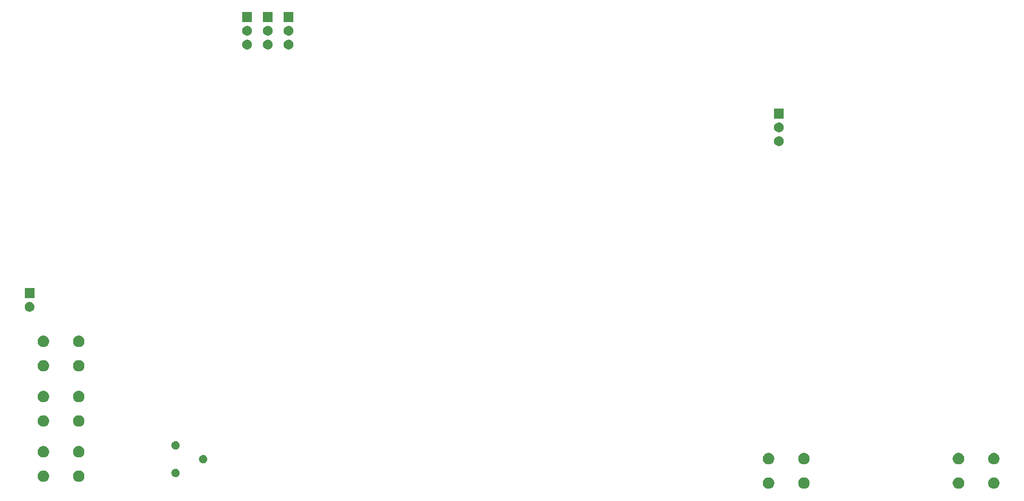
<source format=gbr>
G04 #@! TF.GenerationSoftware,KiCad,Pcbnew,(5.1.5)-3*
G04 #@! TF.CreationDate,2020-06-15T09:36:13+02:00*
G04 #@! TF.ProjectId,StateMachineTest,53746174-654d-4616-9368-696e65546573,rev?*
G04 #@! TF.SameCoordinates,Original*
G04 #@! TF.FileFunction,Soldermask,Bot*
G04 #@! TF.FilePolarity,Negative*
%FSLAX46Y46*%
G04 Gerber Fmt 4.6, Leading zero omitted, Abs format (unit mm)*
G04 Created by KiCad (PCBNEW (5.1.5)-3) date 2020-06-15 09:36:13*
%MOMM*%
%LPD*%
G04 APERTURE LIST*
%ADD10C,0.100000*%
G04 APERTURE END LIST*
D10*
G36*
X180011564Y-148269389D02*
G01*
X180202833Y-148348615D01*
X180202835Y-148348616D01*
X180374973Y-148463635D01*
X180521365Y-148610027D01*
X180636385Y-148782167D01*
X180715611Y-148973436D01*
X180756000Y-149176484D01*
X180756000Y-149383516D01*
X180715611Y-149586564D01*
X180636385Y-149777833D01*
X180636384Y-149777835D01*
X180521365Y-149949973D01*
X180374973Y-150096365D01*
X180202835Y-150211384D01*
X180202834Y-150211385D01*
X180202833Y-150211385D01*
X180011564Y-150290611D01*
X179808516Y-150331000D01*
X179601484Y-150331000D01*
X179398436Y-150290611D01*
X179207167Y-150211385D01*
X179207166Y-150211385D01*
X179207165Y-150211384D01*
X179035027Y-150096365D01*
X178888635Y-149949973D01*
X178773616Y-149777835D01*
X178773615Y-149777833D01*
X178694389Y-149586564D01*
X178654000Y-149383516D01*
X178654000Y-149176484D01*
X178694389Y-148973436D01*
X178773615Y-148782167D01*
X178888635Y-148610027D01*
X179035027Y-148463635D01*
X179207165Y-148348616D01*
X179207167Y-148348615D01*
X179398436Y-148269389D01*
X179601484Y-148229000D01*
X179808516Y-148229000D01*
X180011564Y-148269389D01*
G37*
G36*
X221436564Y-148269389D02*
G01*
X221627833Y-148348615D01*
X221627835Y-148348616D01*
X221799973Y-148463635D01*
X221946365Y-148610027D01*
X222061385Y-148782167D01*
X222140611Y-148973436D01*
X222181000Y-149176484D01*
X222181000Y-149383516D01*
X222140611Y-149586564D01*
X222061385Y-149777833D01*
X222061384Y-149777835D01*
X221946365Y-149949973D01*
X221799973Y-150096365D01*
X221627835Y-150211384D01*
X221627834Y-150211385D01*
X221627833Y-150211385D01*
X221436564Y-150290611D01*
X221233516Y-150331000D01*
X221026484Y-150331000D01*
X220823436Y-150290611D01*
X220632167Y-150211385D01*
X220632166Y-150211385D01*
X220632165Y-150211384D01*
X220460027Y-150096365D01*
X220313635Y-149949973D01*
X220198616Y-149777835D01*
X220198615Y-149777833D01*
X220119389Y-149586564D01*
X220079000Y-149383516D01*
X220079000Y-149176484D01*
X220119389Y-148973436D01*
X220198615Y-148782167D01*
X220313635Y-148610027D01*
X220460027Y-148463635D01*
X220632165Y-148348616D01*
X220632167Y-148348615D01*
X220823436Y-148269389D01*
X221026484Y-148229000D01*
X221233516Y-148229000D01*
X221436564Y-148269389D01*
G37*
G36*
X214936564Y-148269389D02*
G01*
X215127833Y-148348615D01*
X215127835Y-148348616D01*
X215299973Y-148463635D01*
X215446365Y-148610027D01*
X215561385Y-148782167D01*
X215640611Y-148973436D01*
X215681000Y-149176484D01*
X215681000Y-149383516D01*
X215640611Y-149586564D01*
X215561385Y-149777833D01*
X215561384Y-149777835D01*
X215446365Y-149949973D01*
X215299973Y-150096365D01*
X215127835Y-150211384D01*
X215127834Y-150211385D01*
X215127833Y-150211385D01*
X214936564Y-150290611D01*
X214733516Y-150331000D01*
X214526484Y-150331000D01*
X214323436Y-150290611D01*
X214132167Y-150211385D01*
X214132166Y-150211385D01*
X214132165Y-150211384D01*
X213960027Y-150096365D01*
X213813635Y-149949973D01*
X213698616Y-149777835D01*
X213698615Y-149777833D01*
X213619389Y-149586564D01*
X213579000Y-149383516D01*
X213579000Y-149176484D01*
X213619389Y-148973436D01*
X213698615Y-148782167D01*
X213813635Y-148610027D01*
X213960027Y-148463635D01*
X214132165Y-148348616D01*
X214132167Y-148348615D01*
X214323436Y-148269389D01*
X214526484Y-148229000D01*
X214733516Y-148229000D01*
X214936564Y-148269389D01*
G37*
G36*
X186511564Y-148269389D02*
G01*
X186702833Y-148348615D01*
X186702835Y-148348616D01*
X186874973Y-148463635D01*
X187021365Y-148610027D01*
X187136385Y-148782167D01*
X187215611Y-148973436D01*
X187256000Y-149176484D01*
X187256000Y-149383516D01*
X187215611Y-149586564D01*
X187136385Y-149777833D01*
X187136384Y-149777835D01*
X187021365Y-149949973D01*
X186874973Y-150096365D01*
X186702835Y-150211384D01*
X186702834Y-150211385D01*
X186702833Y-150211385D01*
X186511564Y-150290611D01*
X186308516Y-150331000D01*
X186101484Y-150331000D01*
X185898436Y-150290611D01*
X185707167Y-150211385D01*
X185707166Y-150211385D01*
X185707165Y-150211384D01*
X185535027Y-150096365D01*
X185388635Y-149949973D01*
X185273616Y-149777835D01*
X185273615Y-149777833D01*
X185194389Y-149586564D01*
X185154000Y-149383516D01*
X185154000Y-149176484D01*
X185194389Y-148973436D01*
X185273615Y-148782167D01*
X185388635Y-148610027D01*
X185535027Y-148463635D01*
X185707165Y-148348616D01*
X185707167Y-148348615D01*
X185898436Y-148269389D01*
X186101484Y-148229000D01*
X186308516Y-148229000D01*
X186511564Y-148269389D01*
G37*
G36*
X46661564Y-146999389D02*
G01*
X46852833Y-147078615D01*
X46852835Y-147078616D01*
X47024973Y-147193635D01*
X47171365Y-147340027D01*
X47278882Y-147500937D01*
X47286385Y-147512167D01*
X47365611Y-147703436D01*
X47406000Y-147906484D01*
X47406000Y-148113516D01*
X47365611Y-148316564D01*
X47304692Y-148463635D01*
X47286384Y-148507835D01*
X47171365Y-148679973D01*
X47024973Y-148826365D01*
X46852835Y-148941384D01*
X46852834Y-148941385D01*
X46852833Y-148941385D01*
X46661564Y-149020611D01*
X46458516Y-149061000D01*
X46251484Y-149061000D01*
X46048436Y-149020611D01*
X45857167Y-148941385D01*
X45857166Y-148941385D01*
X45857165Y-148941384D01*
X45685027Y-148826365D01*
X45538635Y-148679973D01*
X45423616Y-148507835D01*
X45405308Y-148463635D01*
X45344389Y-148316564D01*
X45304000Y-148113516D01*
X45304000Y-147906484D01*
X45344389Y-147703436D01*
X45423615Y-147512167D01*
X45431119Y-147500937D01*
X45538635Y-147340027D01*
X45685027Y-147193635D01*
X45857165Y-147078616D01*
X45857167Y-147078615D01*
X46048436Y-146999389D01*
X46251484Y-146959000D01*
X46458516Y-146959000D01*
X46661564Y-146999389D01*
G37*
G36*
X53161564Y-146999389D02*
G01*
X53352833Y-147078615D01*
X53352835Y-147078616D01*
X53524973Y-147193635D01*
X53671365Y-147340027D01*
X53778882Y-147500937D01*
X53786385Y-147512167D01*
X53865611Y-147703436D01*
X53906000Y-147906484D01*
X53906000Y-148113516D01*
X53865611Y-148316564D01*
X53804692Y-148463635D01*
X53786384Y-148507835D01*
X53671365Y-148679973D01*
X53524973Y-148826365D01*
X53352835Y-148941384D01*
X53352834Y-148941385D01*
X53352833Y-148941385D01*
X53161564Y-149020611D01*
X52958516Y-149061000D01*
X52751484Y-149061000D01*
X52548436Y-149020611D01*
X52357167Y-148941385D01*
X52357166Y-148941385D01*
X52357165Y-148941384D01*
X52185027Y-148826365D01*
X52038635Y-148679973D01*
X51923616Y-148507835D01*
X51905308Y-148463635D01*
X51844389Y-148316564D01*
X51804000Y-148113516D01*
X51804000Y-147906484D01*
X51844389Y-147703436D01*
X51923615Y-147512167D01*
X51931119Y-147500937D01*
X52038635Y-147340027D01*
X52185027Y-147193635D01*
X52357165Y-147078616D01*
X52357167Y-147078615D01*
X52548436Y-146999389D01*
X52751484Y-146959000D01*
X52958516Y-146959000D01*
X53161564Y-146999389D01*
G37*
G36*
X70795589Y-146663876D02*
G01*
X70894893Y-146683629D01*
X71035206Y-146741748D01*
X71161484Y-146826125D01*
X71268875Y-146933516D01*
X71353252Y-147059794D01*
X71411371Y-147200107D01*
X71441000Y-147349063D01*
X71441000Y-147500937D01*
X71411371Y-147649893D01*
X71353252Y-147790206D01*
X71268875Y-147916484D01*
X71161484Y-148023875D01*
X71035206Y-148108252D01*
X70894893Y-148166371D01*
X70795589Y-148186124D01*
X70745938Y-148196000D01*
X70594062Y-148196000D01*
X70544411Y-148186124D01*
X70445107Y-148166371D01*
X70304794Y-148108252D01*
X70178516Y-148023875D01*
X70071125Y-147916484D01*
X69986748Y-147790206D01*
X69928629Y-147649893D01*
X69899000Y-147500937D01*
X69899000Y-147349063D01*
X69928629Y-147200107D01*
X69986748Y-147059794D01*
X70071125Y-146933516D01*
X70178516Y-146826125D01*
X70304794Y-146741748D01*
X70445107Y-146683629D01*
X70544411Y-146663876D01*
X70594062Y-146654000D01*
X70745938Y-146654000D01*
X70795589Y-146663876D01*
G37*
G36*
X221436564Y-143769389D02*
G01*
X221627833Y-143848615D01*
X221627835Y-143848616D01*
X221799973Y-143963635D01*
X221946365Y-144110027D01*
X222061385Y-144282167D01*
X222140611Y-144473436D01*
X222181000Y-144676484D01*
X222181000Y-144883516D01*
X222140611Y-145086564D01*
X222072829Y-145250204D01*
X222061384Y-145277835D01*
X221946365Y-145449973D01*
X221799973Y-145596365D01*
X221627835Y-145711384D01*
X221627834Y-145711385D01*
X221627833Y-145711385D01*
X221436564Y-145790611D01*
X221233516Y-145831000D01*
X221026484Y-145831000D01*
X220823436Y-145790611D01*
X220632167Y-145711385D01*
X220632166Y-145711385D01*
X220632165Y-145711384D01*
X220460027Y-145596365D01*
X220313635Y-145449973D01*
X220198616Y-145277835D01*
X220187171Y-145250204D01*
X220119389Y-145086564D01*
X220079000Y-144883516D01*
X220079000Y-144676484D01*
X220119389Y-144473436D01*
X220198615Y-144282167D01*
X220313635Y-144110027D01*
X220460027Y-143963635D01*
X220632165Y-143848616D01*
X220632167Y-143848615D01*
X220823436Y-143769389D01*
X221026484Y-143729000D01*
X221233516Y-143729000D01*
X221436564Y-143769389D01*
G37*
G36*
X214936564Y-143769389D02*
G01*
X215127833Y-143848615D01*
X215127835Y-143848616D01*
X215299973Y-143963635D01*
X215446365Y-144110027D01*
X215561385Y-144282167D01*
X215640611Y-144473436D01*
X215681000Y-144676484D01*
X215681000Y-144883516D01*
X215640611Y-145086564D01*
X215572829Y-145250204D01*
X215561384Y-145277835D01*
X215446365Y-145449973D01*
X215299973Y-145596365D01*
X215127835Y-145711384D01*
X215127834Y-145711385D01*
X215127833Y-145711385D01*
X214936564Y-145790611D01*
X214733516Y-145831000D01*
X214526484Y-145831000D01*
X214323436Y-145790611D01*
X214132167Y-145711385D01*
X214132166Y-145711385D01*
X214132165Y-145711384D01*
X213960027Y-145596365D01*
X213813635Y-145449973D01*
X213698616Y-145277835D01*
X213687171Y-145250204D01*
X213619389Y-145086564D01*
X213579000Y-144883516D01*
X213579000Y-144676484D01*
X213619389Y-144473436D01*
X213698615Y-144282167D01*
X213813635Y-144110027D01*
X213960027Y-143963635D01*
X214132165Y-143848616D01*
X214132167Y-143848615D01*
X214323436Y-143769389D01*
X214526484Y-143729000D01*
X214733516Y-143729000D01*
X214936564Y-143769389D01*
G37*
G36*
X180011564Y-143769389D02*
G01*
X180202833Y-143848615D01*
X180202835Y-143848616D01*
X180374973Y-143963635D01*
X180521365Y-144110027D01*
X180636385Y-144282167D01*
X180715611Y-144473436D01*
X180756000Y-144676484D01*
X180756000Y-144883516D01*
X180715611Y-145086564D01*
X180647829Y-145250204D01*
X180636384Y-145277835D01*
X180521365Y-145449973D01*
X180374973Y-145596365D01*
X180202835Y-145711384D01*
X180202834Y-145711385D01*
X180202833Y-145711385D01*
X180011564Y-145790611D01*
X179808516Y-145831000D01*
X179601484Y-145831000D01*
X179398436Y-145790611D01*
X179207167Y-145711385D01*
X179207166Y-145711385D01*
X179207165Y-145711384D01*
X179035027Y-145596365D01*
X178888635Y-145449973D01*
X178773616Y-145277835D01*
X178762171Y-145250204D01*
X178694389Y-145086564D01*
X178654000Y-144883516D01*
X178654000Y-144676484D01*
X178694389Y-144473436D01*
X178773615Y-144282167D01*
X178888635Y-144110027D01*
X179035027Y-143963635D01*
X179207165Y-143848616D01*
X179207167Y-143848615D01*
X179398436Y-143769389D01*
X179601484Y-143729000D01*
X179808516Y-143729000D01*
X180011564Y-143769389D01*
G37*
G36*
X186511564Y-143769389D02*
G01*
X186702833Y-143848615D01*
X186702835Y-143848616D01*
X186874973Y-143963635D01*
X187021365Y-144110027D01*
X187136385Y-144282167D01*
X187215611Y-144473436D01*
X187256000Y-144676484D01*
X187256000Y-144883516D01*
X187215611Y-145086564D01*
X187147829Y-145250204D01*
X187136384Y-145277835D01*
X187021365Y-145449973D01*
X186874973Y-145596365D01*
X186702835Y-145711384D01*
X186702834Y-145711385D01*
X186702833Y-145711385D01*
X186511564Y-145790611D01*
X186308516Y-145831000D01*
X186101484Y-145831000D01*
X185898436Y-145790611D01*
X185707167Y-145711385D01*
X185707166Y-145711385D01*
X185707165Y-145711384D01*
X185535027Y-145596365D01*
X185388635Y-145449973D01*
X185273616Y-145277835D01*
X185262171Y-145250204D01*
X185194389Y-145086564D01*
X185154000Y-144883516D01*
X185154000Y-144676484D01*
X185194389Y-144473436D01*
X185273615Y-144282167D01*
X185388635Y-144110027D01*
X185535027Y-143963635D01*
X185707165Y-143848616D01*
X185707167Y-143848615D01*
X185898436Y-143769389D01*
X186101484Y-143729000D01*
X186308516Y-143729000D01*
X186511564Y-143769389D01*
G37*
G36*
X75875589Y-144123876D02*
G01*
X75974893Y-144143629D01*
X76115206Y-144201748D01*
X76241484Y-144286125D01*
X76348875Y-144393516D01*
X76433252Y-144519794D01*
X76491371Y-144660107D01*
X76521000Y-144809063D01*
X76521000Y-144960937D01*
X76491371Y-145109893D01*
X76433252Y-145250206D01*
X76348875Y-145376484D01*
X76241484Y-145483875D01*
X76115206Y-145568252D01*
X75974893Y-145626371D01*
X75875589Y-145646124D01*
X75825938Y-145656000D01*
X75674062Y-145656000D01*
X75624411Y-145646124D01*
X75525107Y-145626371D01*
X75384794Y-145568252D01*
X75258516Y-145483875D01*
X75151125Y-145376484D01*
X75066748Y-145250206D01*
X75008629Y-145109893D01*
X74979000Y-144960937D01*
X74979000Y-144809063D01*
X75008629Y-144660107D01*
X75066748Y-144519794D01*
X75151125Y-144393516D01*
X75258516Y-144286125D01*
X75384794Y-144201748D01*
X75525107Y-144143629D01*
X75624411Y-144123876D01*
X75674062Y-144114000D01*
X75825938Y-144114000D01*
X75875589Y-144123876D01*
G37*
G36*
X53161564Y-142499389D02*
G01*
X53331771Y-142569891D01*
X53352835Y-142578616D01*
X53524973Y-142693635D01*
X53671365Y-142840027D01*
X53786385Y-143012167D01*
X53865611Y-143203436D01*
X53906000Y-143406484D01*
X53906000Y-143613516D01*
X53865611Y-143816564D01*
X53804692Y-143963635D01*
X53786384Y-144007835D01*
X53671365Y-144179973D01*
X53524973Y-144326365D01*
X53352835Y-144441384D01*
X53352834Y-144441385D01*
X53352833Y-144441385D01*
X53161564Y-144520611D01*
X52958516Y-144561000D01*
X52751484Y-144561000D01*
X52548436Y-144520611D01*
X52357167Y-144441385D01*
X52357166Y-144441385D01*
X52357165Y-144441384D01*
X52185027Y-144326365D01*
X52038635Y-144179973D01*
X51923616Y-144007835D01*
X51905308Y-143963635D01*
X51844389Y-143816564D01*
X51804000Y-143613516D01*
X51804000Y-143406484D01*
X51844389Y-143203436D01*
X51923615Y-143012167D01*
X52038635Y-142840027D01*
X52185027Y-142693635D01*
X52357165Y-142578616D01*
X52378229Y-142569891D01*
X52548436Y-142499389D01*
X52751484Y-142459000D01*
X52958516Y-142459000D01*
X53161564Y-142499389D01*
G37*
G36*
X46661564Y-142499389D02*
G01*
X46831771Y-142569891D01*
X46852835Y-142578616D01*
X47024973Y-142693635D01*
X47171365Y-142840027D01*
X47286385Y-143012167D01*
X47365611Y-143203436D01*
X47406000Y-143406484D01*
X47406000Y-143613516D01*
X47365611Y-143816564D01*
X47304692Y-143963635D01*
X47286384Y-144007835D01*
X47171365Y-144179973D01*
X47024973Y-144326365D01*
X46852835Y-144441384D01*
X46852834Y-144441385D01*
X46852833Y-144441385D01*
X46661564Y-144520611D01*
X46458516Y-144561000D01*
X46251484Y-144561000D01*
X46048436Y-144520611D01*
X45857167Y-144441385D01*
X45857166Y-144441385D01*
X45857165Y-144441384D01*
X45685027Y-144326365D01*
X45538635Y-144179973D01*
X45423616Y-144007835D01*
X45405308Y-143963635D01*
X45344389Y-143816564D01*
X45304000Y-143613516D01*
X45304000Y-143406484D01*
X45344389Y-143203436D01*
X45423615Y-143012167D01*
X45538635Y-142840027D01*
X45685027Y-142693635D01*
X45857165Y-142578616D01*
X45878229Y-142569891D01*
X46048436Y-142499389D01*
X46251484Y-142459000D01*
X46458516Y-142459000D01*
X46661564Y-142499389D01*
G37*
G36*
X70795589Y-141583876D02*
G01*
X70894893Y-141603629D01*
X71035206Y-141661748D01*
X71161484Y-141746125D01*
X71268875Y-141853516D01*
X71353252Y-141979794D01*
X71411371Y-142120107D01*
X71441000Y-142269063D01*
X71441000Y-142420937D01*
X71411371Y-142569893D01*
X71353252Y-142710206D01*
X71268875Y-142836484D01*
X71161484Y-142943875D01*
X71035206Y-143028252D01*
X70894893Y-143086371D01*
X70795589Y-143106124D01*
X70745938Y-143116000D01*
X70594062Y-143116000D01*
X70544411Y-143106124D01*
X70445107Y-143086371D01*
X70304794Y-143028252D01*
X70178516Y-142943875D01*
X70071125Y-142836484D01*
X69986748Y-142710206D01*
X69928629Y-142569893D01*
X69899000Y-142420937D01*
X69899000Y-142269063D01*
X69928629Y-142120107D01*
X69986748Y-141979794D01*
X70071125Y-141853516D01*
X70178516Y-141746125D01*
X70304794Y-141661748D01*
X70445107Y-141603629D01*
X70544411Y-141583876D01*
X70594062Y-141574000D01*
X70745938Y-141574000D01*
X70795589Y-141583876D01*
G37*
G36*
X53161564Y-136839389D02*
G01*
X53352833Y-136918615D01*
X53352835Y-136918616D01*
X53524973Y-137033635D01*
X53671365Y-137180027D01*
X53786385Y-137352167D01*
X53865611Y-137543436D01*
X53906000Y-137746484D01*
X53906000Y-137953516D01*
X53865611Y-138156564D01*
X53786385Y-138347833D01*
X53786384Y-138347835D01*
X53671365Y-138519973D01*
X53524973Y-138666365D01*
X53352835Y-138781384D01*
X53352834Y-138781385D01*
X53352833Y-138781385D01*
X53161564Y-138860611D01*
X52958516Y-138901000D01*
X52751484Y-138901000D01*
X52548436Y-138860611D01*
X52357167Y-138781385D01*
X52357166Y-138781385D01*
X52357165Y-138781384D01*
X52185027Y-138666365D01*
X52038635Y-138519973D01*
X51923616Y-138347835D01*
X51923615Y-138347833D01*
X51844389Y-138156564D01*
X51804000Y-137953516D01*
X51804000Y-137746484D01*
X51844389Y-137543436D01*
X51923615Y-137352167D01*
X52038635Y-137180027D01*
X52185027Y-137033635D01*
X52357165Y-136918616D01*
X52357167Y-136918615D01*
X52548436Y-136839389D01*
X52751484Y-136799000D01*
X52958516Y-136799000D01*
X53161564Y-136839389D01*
G37*
G36*
X46661564Y-136839389D02*
G01*
X46852833Y-136918615D01*
X46852835Y-136918616D01*
X47024973Y-137033635D01*
X47171365Y-137180027D01*
X47286385Y-137352167D01*
X47365611Y-137543436D01*
X47406000Y-137746484D01*
X47406000Y-137953516D01*
X47365611Y-138156564D01*
X47286385Y-138347833D01*
X47286384Y-138347835D01*
X47171365Y-138519973D01*
X47024973Y-138666365D01*
X46852835Y-138781384D01*
X46852834Y-138781385D01*
X46852833Y-138781385D01*
X46661564Y-138860611D01*
X46458516Y-138901000D01*
X46251484Y-138901000D01*
X46048436Y-138860611D01*
X45857167Y-138781385D01*
X45857166Y-138781385D01*
X45857165Y-138781384D01*
X45685027Y-138666365D01*
X45538635Y-138519973D01*
X45423616Y-138347835D01*
X45423615Y-138347833D01*
X45344389Y-138156564D01*
X45304000Y-137953516D01*
X45304000Y-137746484D01*
X45344389Y-137543436D01*
X45423615Y-137352167D01*
X45538635Y-137180027D01*
X45685027Y-137033635D01*
X45857165Y-136918616D01*
X45857167Y-136918615D01*
X46048436Y-136839389D01*
X46251484Y-136799000D01*
X46458516Y-136799000D01*
X46661564Y-136839389D01*
G37*
G36*
X53161564Y-132339389D02*
G01*
X53352833Y-132418615D01*
X53352835Y-132418616D01*
X53524973Y-132533635D01*
X53671365Y-132680027D01*
X53786385Y-132852167D01*
X53865611Y-133043436D01*
X53906000Y-133246484D01*
X53906000Y-133453516D01*
X53865611Y-133656564D01*
X53786385Y-133847833D01*
X53786384Y-133847835D01*
X53671365Y-134019973D01*
X53524973Y-134166365D01*
X53352835Y-134281384D01*
X53352834Y-134281385D01*
X53352833Y-134281385D01*
X53161564Y-134360611D01*
X52958516Y-134401000D01*
X52751484Y-134401000D01*
X52548436Y-134360611D01*
X52357167Y-134281385D01*
X52357166Y-134281385D01*
X52357165Y-134281384D01*
X52185027Y-134166365D01*
X52038635Y-134019973D01*
X51923616Y-133847835D01*
X51923615Y-133847833D01*
X51844389Y-133656564D01*
X51804000Y-133453516D01*
X51804000Y-133246484D01*
X51844389Y-133043436D01*
X51923615Y-132852167D01*
X52038635Y-132680027D01*
X52185027Y-132533635D01*
X52357165Y-132418616D01*
X52357167Y-132418615D01*
X52548436Y-132339389D01*
X52751484Y-132299000D01*
X52958516Y-132299000D01*
X53161564Y-132339389D01*
G37*
G36*
X46661564Y-132339389D02*
G01*
X46852833Y-132418615D01*
X46852835Y-132418616D01*
X47024973Y-132533635D01*
X47171365Y-132680027D01*
X47286385Y-132852167D01*
X47365611Y-133043436D01*
X47406000Y-133246484D01*
X47406000Y-133453516D01*
X47365611Y-133656564D01*
X47286385Y-133847833D01*
X47286384Y-133847835D01*
X47171365Y-134019973D01*
X47024973Y-134166365D01*
X46852835Y-134281384D01*
X46852834Y-134281385D01*
X46852833Y-134281385D01*
X46661564Y-134360611D01*
X46458516Y-134401000D01*
X46251484Y-134401000D01*
X46048436Y-134360611D01*
X45857167Y-134281385D01*
X45857166Y-134281385D01*
X45857165Y-134281384D01*
X45685027Y-134166365D01*
X45538635Y-134019973D01*
X45423616Y-133847835D01*
X45423615Y-133847833D01*
X45344389Y-133656564D01*
X45304000Y-133453516D01*
X45304000Y-133246484D01*
X45344389Y-133043436D01*
X45423615Y-132852167D01*
X45538635Y-132680027D01*
X45685027Y-132533635D01*
X45857165Y-132418616D01*
X45857167Y-132418615D01*
X46048436Y-132339389D01*
X46251484Y-132299000D01*
X46458516Y-132299000D01*
X46661564Y-132339389D01*
G37*
G36*
X53161564Y-126679389D02*
G01*
X53352833Y-126758615D01*
X53352835Y-126758616D01*
X53524973Y-126873635D01*
X53671365Y-127020027D01*
X53786385Y-127192167D01*
X53865611Y-127383436D01*
X53906000Y-127586484D01*
X53906000Y-127793516D01*
X53865611Y-127996564D01*
X53786385Y-128187833D01*
X53786384Y-128187835D01*
X53671365Y-128359973D01*
X53524973Y-128506365D01*
X53352835Y-128621384D01*
X53352834Y-128621385D01*
X53352833Y-128621385D01*
X53161564Y-128700611D01*
X52958516Y-128741000D01*
X52751484Y-128741000D01*
X52548436Y-128700611D01*
X52357167Y-128621385D01*
X52357166Y-128621385D01*
X52357165Y-128621384D01*
X52185027Y-128506365D01*
X52038635Y-128359973D01*
X51923616Y-128187835D01*
X51923615Y-128187833D01*
X51844389Y-127996564D01*
X51804000Y-127793516D01*
X51804000Y-127586484D01*
X51844389Y-127383436D01*
X51923615Y-127192167D01*
X52038635Y-127020027D01*
X52185027Y-126873635D01*
X52357165Y-126758616D01*
X52357167Y-126758615D01*
X52548436Y-126679389D01*
X52751484Y-126639000D01*
X52958516Y-126639000D01*
X53161564Y-126679389D01*
G37*
G36*
X46661564Y-126679389D02*
G01*
X46852833Y-126758615D01*
X46852835Y-126758616D01*
X47024973Y-126873635D01*
X47171365Y-127020027D01*
X47286385Y-127192167D01*
X47365611Y-127383436D01*
X47406000Y-127586484D01*
X47406000Y-127793516D01*
X47365611Y-127996564D01*
X47286385Y-128187833D01*
X47286384Y-128187835D01*
X47171365Y-128359973D01*
X47024973Y-128506365D01*
X46852835Y-128621384D01*
X46852834Y-128621385D01*
X46852833Y-128621385D01*
X46661564Y-128700611D01*
X46458516Y-128741000D01*
X46251484Y-128741000D01*
X46048436Y-128700611D01*
X45857167Y-128621385D01*
X45857166Y-128621385D01*
X45857165Y-128621384D01*
X45685027Y-128506365D01*
X45538635Y-128359973D01*
X45423616Y-128187835D01*
X45423615Y-128187833D01*
X45344389Y-127996564D01*
X45304000Y-127793516D01*
X45304000Y-127586484D01*
X45344389Y-127383436D01*
X45423615Y-127192167D01*
X45538635Y-127020027D01*
X45685027Y-126873635D01*
X45857165Y-126758616D01*
X45857167Y-126758615D01*
X46048436Y-126679389D01*
X46251484Y-126639000D01*
X46458516Y-126639000D01*
X46661564Y-126679389D01*
G37*
G36*
X53161564Y-122179389D02*
G01*
X53352833Y-122258615D01*
X53352835Y-122258616D01*
X53524973Y-122373635D01*
X53671365Y-122520027D01*
X53786385Y-122692167D01*
X53865611Y-122883436D01*
X53906000Y-123086484D01*
X53906000Y-123293516D01*
X53865611Y-123496564D01*
X53786385Y-123687833D01*
X53786384Y-123687835D01*
X53671365Y-123859973D01*
X53524973Y-124006365D01*
X53352835Y-124121384D01*
X53352834Y-124121385D01*
X53352833Y-124121385D01*
X53161564Y-124200611D01*
X52958516Y-124241000D01*
X52751484Y-124241000D01*
X52548436Y-124200611D01*
X52357167Y-124121385D01*
X52357166Y-124121385D01*
X52357165Y-124121384D01*
X52185027Y-124006365D01*
X52038635Y-123859973D01*
X51923616Y-123687835D01*
X51923615Y-123687833D01*
X51844389Y-123496564D01*
X51804000Y-123293516D01*
X51804000Y-123086484D01*
X51844389Y-122883436D01*
X51923615Y-122692167D01*
X52038635Y-122520027D01*
X52185027Y-122373635D01*
X52357165Y-122258616D01*
X52357167Y-122258615D01*
X52548436Y-122179389D01*
X52751484Y-122139000D01*
X52958516Y-122139000D01*
X53161564Y-122179389D01*
G37*
G36*
X46661564Y-122179389D02*
G01*
X46852833Y-122258615D01*
X46852835Y-122258616D01*
X47024973Y-122373635D01*
X47171365Y-122520027D01*
X47286385Y-122692167D01*
X47365611Y-122883436D01*
X47406000Y-123086484D01*
X47406000Y-123293516D01*
X47365611Y-123496564D01*
X47286385Y-123687833D01*
X47286384Y-123687835D01*
X47171365Y-123859973D01*
X47024973Y-124006365D01*
X46852835Y-124121384D01*
X46852834Y-124121385D01*
X46852833Y-124121385D01*
X46661564Y-124200611D01*
X46458516Y-124241000D01*
X46251484Y-124241000D01*
X46048436Y-124200611D01*
X45857167Y-124121385D01*
X45857166Y-124121385D01*
X45857165Y-124121384D01*
X45685027Y-124006365D01*
X45538635Y-123859973D01*
X45423616Y-123687835D01*
X45423615Y-123687833D01*
X45344389Y-123496564D01*
X45304000Y-123293516D01*
X45304000Y-123086484D01*
X45344389Y-122883436D01*
X45423615Y-122692167D01*
X45538635Y-122520027D01*
X45685027Y-122373635D01*
X45857165Y-122258616D01*
X45857167Y-122258615D01*
X46048436Y-122179389D01*
X46251484Y-122139000D01*
X46458516Y-122139000D01*
X46661564Y-122179389D01*
G37*
G36*
X43928512Y-115943927D02*
G01*
X44077812Y-115973624D01*
X44241784Y-116041544D01*
X44389354Y-116140147D01*
X44514853Y-116265646D01*
X44613456Y-116413216D01*
X44681376Y-116577188D01*
X44716000Y-116751259D01*
X44716000Y-116928741D01*
X44681376Y-117102812D01*
X44613456Y-117266784D01*
X44514853Y-117414354D01*
X44389354Y-117539853D01*
X44241784Y-117638456D01*
X44077812Y-117706376D01*
X43928512Y-117736073D01*
X43903742Y-117741000D01*
X43726258Y-117741000D01*
X43701488Y-117736073D01*
X43552188Y-117706376D01*
X43388216Y-117638456D01*
X43240646Y-117539853D01*
X43115147Y-117414354D01*
X43016544Y-117266784D01*
X42948624Y-117102812D01*
X42914000Y-116928741D01*
X42914000Y-116751259D01*
X42948624Y-116577188D01*
X43016544Y-116413216D01*
X43115147Y-116265646D01*
X43240646Y-116140147D01*
X43388216Y-116041544D01*
X43552188Y-115973624D01*
X43701488Y-115943927D01*
X43726258Y-115939000D01*
X43903742Y-115939000D01*
X43928512Y-115943927D01*
G37*
G36*
X44716000Y-115201000D02*
G01*
X42914000Y-115201000D01*
X42914000Y-113399000D01*
X44716000Y-113399000D01*
X44716000Y-115201000D01*
G37*
G36*
X181723512Y-85463927D02*
G01*
X181872812Y-85493624D01*
X182036784Y-85561544D01*
X182184354Y-85660147D01*
X182309853Y-85785646D01*
X182408456Y-85933216D01*
X182476376Y-86097188D01*
X182511000Y-86271259D01*
X182511000Y-86448741D01*
X182476376Y-86622812D01*
X182408456Y-86786784D01*
X182309853Y-86934354D01*
X182184354Y-87059853D01*
X182036784Y-87158456D01*
X181872812Y-87226376D01*
X181723512Y-87256073D01*
X181698742Y-87261000D01*
X181521258Y-87261000D01*
X181496488Y-87256073D01*
X181347188Y-87226376D01*
X181183216Y-87158456D01*
X181035646Y-87059853D01*
X180910147Y-86934354D01*
X180811544Y-86786784D01*
X180743624Y-86622812D01*
X180709000Y-86448741D01*
X180709000Y-86271259D01*
X180743624Y-86097188D01*
X180811544Y-85933216D01*
X180910147Y-85785646D01*
X181035646Y-85660147D01*
X181183216Y-85561544D01*
X181347188Y-85493624D01*
X181496488Y-85463927D01*
X181521258Y-85459000D01*
X181698742Y-85459000D01*
X181723512Y-85463927D01*
G37*
G36*
X181723512Y-82923927D02*
G01*
X181872812Y-82953624D01*
X182036784Y-83021544D01*
X182184354Y-83120147D01*
X182309853Y-83245646D01*
X182408456Y-83393216D01*
X182476376Y-83557188D01*
X182511000Y-83731259D01*
X182511000Y-83908741D01*
X182476376Y-84082812D01*
X182408456Y-84246784D01*
X182309853Y-84394354D01*
X182184354Y-84519853D01*
X182036784Y-84618456D01*
X181872812Y-84686376D01*
X181723512Y-84716073D01*
X181698742Y-84721000D01*
X181521258Y-84721000D01*
X181496488Y-84716073D01*
X181347188Y-84686376D01*
X181183216Y-84618456D01*
X181035646Y-84519853D01*
X180910147Y-84394354D01*
X180811544Y-84246784D01*
X180743624Y-84082812D01*
X180709000Y-83908741D01*
X180709000Y-83731259D01*
X180743624Y-83557188D01*
X180811544Y-83393216D01*
X180910147Y-83245646D01*
X181035646Y-83120147D01*
X181183216Y-83021544D01*
X181347188Y-82953624D01*
X181496488Y-82923927D01*
X181521258Y-82919000D01*
X181698742Y-82919000D01*
X181723512Y-82923927D01*
G37*
G36*
X182511000Y-82181000D02*
G01*
X180709000Y-82181000D01*
X180709000Y-80379000D01*
X182511000Y-80379000D01*
X182511000Y-82181000D01*
G37*
G36*
X83933512Y-67683927D02*
G01*
X84082812Y-67713624D01*
X84246784Y-67781544D01*
X84394354Y-67880147D01*
X84519853Y-68005646D01*
X84618456Y-68153216D01*
X84686376Y-68317188D01*
X84721000Y-68491259D01*
X84721000Y-68668741D01*
X84686376Y-68842812D01*
X84618456Y-69006784D01*
X84519853Y-69154354D01*
X84394354Y-69279853D01*
X84246784Y-69378456D01*
X84082812Y-69446376D01*
X83933512Y-69476073D01*
X83908742Y-69481000D01*
X83731258Y-69481000D01*
X83706488Y-69476073D01*
X83557188Y-69446376D01*
X83393216Y-69378456D01*
X83245646Y-69279853D01*
X83120147Y-69154354D01*
X83021544Y-69006784D01*
X82953624Y-68842812D01*
X82919000Y-68668741D01*
X82919000Y-68491259D01*
X82953624Y-68317188D01*
X83021544Y-68153216D01*
X83120147Y-68005646D01*
X83245646Y-67880147D01*
X83393216Y-67781544D01*
X83557188Y-67713624D01*
X83706488Y-67683927D01*
X83731258Y-67679000D01*
X83908742Y-67679000D01*
X83933512Y-67683927D01*
G37*
G36*
X91553512Y-67683927D02*
G01*
X91702812Y-67713624D01*
X91866784Y-67781544D01*
X92014354Y-67880147D01*
X92139853Y-68005646D01*
X92238456Y-68153216D01*
X92306376Y-68317188D01*
X92341000Y-68491259D01*
X92341000Y-68668741D01*
X92306376Y-68842812D01*
X92238456Y-69006784D01*
X92139853Y-69154354D01*
X92014354Y-69279853D01*
X91866784Y-69378456D01*
X91702812Y-69446376D01*
X91553512Y-69476073D01*
X91528742Y-69481000D01*
X91351258Y-69481000D01*
X91326488Y-69476073D01*
X91177188Y-69446376D01*
X91013216Y-69378456D01*
X90865646Y-69279853D01*
X90740147Y-69154354D01*
X90641544Y-69006784D01*
X90573624Y-68842812D01*
X90539000Y-68668741D01*
X90539000Y-68491259D01*
X90573624Y-68317188D01*
X90641544Y-68153216D01*
X90740147Y-68005646D01*
X90865646Y-67880147D01*
X91013216Y-67781544D01*
X91177188Y-67713624D01*
X91326488Y-67683927D01*
X91351258Y-67679000D01*
X91528742Y-67679000D01*
X91553512Y-67683927D01*
G37*
G36*
X87743512Y-67683927D02*
G01*
X87892812Y-67713624D01*
X88056784Y-67781544D01*
X88204354Y-67880147D01*
X88329853Y-68005646D01*
X88428456Y-68153216D01*
X88496376Y-68317188D01*
X88531000Y-68491259D01*
X88531000Y-68668741D01*
X88496376Y-68842812D01*
X88428456Y-69006784D01*
X88329853Y-69154354D01*
X88204354Y-69279853D01*
X88056784Y-69378456D01*
X87892812Y-69446376D01*
X87743512Y-69476073D01*
X87718742Y-69481000D01*
X87541258Y-69481000D01*
X87516488Y-69476073D01*
X87367188Y-69446376D01*
X87203216Y-69378456D01*
X87055646Y-69279853D01*
X86930147Y-69154354D01*
X86831544Y-69006784D01*
X86763624Y-68842812D01*
X86729000Y-68668741D01*
X86729000Y-68491259D01*
X86763624Y-68317188D01*
X86831544Y-68153216D01*
X86930147Y-68005646D01*
X87055646Y-67880147D01*
X87203216Y-67781544D01*
X87367188Y-67713624D01*
X87516488Y-67683927D01*
X87541258Y-67679000D01*
X87718742Y-67679000D01*
X87743512Y-67683927D01*
G37*
G36*
X91553512Y-65143927D02*
G01*
X91702812Y-65173624D01*
X91866784Y-65241544D01*
X92014354Y-65340147D01*
X92139853Y-65465646D01*
X92238456Y-65613216D01*
X92306376Y-65777188D01*
X92341000Y-65951259D01*
X92341000Y-66128741D01*
X92306376Y-66302812D01*
X92238456Y-66466784D01*
X92139853Y-66614354D01*
X92014354Y-66739853D01*
X91866784Y-66838456D01*
X91702812Y-66906376D01*
X91553512Y-66936073D01*
X91528742Y-66941000D01*
X91351258Y-66941000D01*
X91326488Y-66936073D01*
X91177188Y-66906376D01*
X91013216Y-66838456D01*
X90865646Y-66739853D01*
X90740147Y-66614354D01*
X90641544Y-66466784D01*
X90573624Y-66302812D01*
X90539000Y-66128741D01*
X90539000Y-65951259D01*
X90573624Y-65777188D01*
X90641544Y-65613216D01*
X90740147Y-65465646D01*
X90865646Y-65340147D01*
X91013216Y-65241544D01*
X91177188Y-65173624D01*
X91326488Y-65143927D01*
X91351258Y-65139000D01*
X91528742Y-65139000D01*
X91553512Y-65143927D01*
G37*
G36*
X87743512Y-65143927D02*
G01*
X87892812Y-65173624D01*
X88056784Y-65241544D01*
X88204354Y-65340147D01*
X88329853Y-65465646D01*
X88428456Y-65613216D01*
X88496376Y-65777188D01*
X88531000Y-65951259D01*
X88531000Y-66128741D01*
X88496376Y-66302812D01*
X88428456Y-66466784D01*
X88329853Y-66614354D01*
X88204354Y-66739853D01*
X88056784Y-66838456D01*
X87892812Y-66906376D01*
X87743512Y-66936073D01*
X87718742Y-66941000D01*
X87541258Y-66941000D01*
X87516488Y-66936073D01*
X87367188Y-66906376D01*
X87203216Y-66838456D01*
X87055646Y-66739853D01*
X86930147Y-66614354D01*
X86831544Y-66466784D01*
X86763624Y-66302812D01*
X86729000Y-66128741D01*
X86729000Y-65951259D01*
X86763624Y-65777188D01*
X86831544Y-65613216D01*
X86930147Y-65465646D01*
X87055646Y-65340147D01*
X87203216Y-65241544D01*
X87367188Y-65173624D01*
X87516488Y-65143927D01*
X87541258Y-65139000D01*
X87718742Y-65139000D01*
X87743512Y-65143927D01*
G37*
G36*
X83933512Y-65143927D02*
G01*
X84082812Y-65173624D01*
X84246784Y-65241544D01*
X84394354Y-65340147D01*
X84519853Y-65465646D01*
X84618456Y-65613216D01*
X84686376Y-65777188D01*
X84721000Y-65951259D01*
X84721000Y-66128741D01*
X84686376Y-66302812D01*
X84618456Y-66466784D01*
X84519853Y-66614354D01*
X84394354Y-66739853D01*
X84246784Y-66838456D01*
X84082812Y-66906376D01*
X83933512Y-66936073D01*
X83908742Y-66941000D01*
X83731258Y-66941000D01*
X83706488Y-66936073D01*
X83557188Y-66906376D01*
X83393216Y-66838456D01*
X83245646Y-66739853D01*
X83120147Y-66614354D01*
X83021544Y-66466784D01*
X82953624Y-66302812D01*
X82919000Y-66128741D01*
X82919000Y-65951259D01*
X82953624Y-65777188D01*
X83021544Y-65613216D01*
X83120147Y-65465646D01*
X83245646Y-65340147D01*
X83393216Y-65241544D01*
X83557188Y-65173624D01*
X83706488Y-65143927D01*
X83731258Y-65139000D01*
X83908742Y-65139000D01*
X83933512Y-65143927D01*
G37*
G36*
X88531000Y-64401000D02*
G01*
X86729000Y-64401000D01*
X86729000Y-62599000D01*
X88531000Y-62599000D01*
X88531000Y-64401000D01*
G37*
G36*
X92341000Y-64401000D02*
G01*
X90539000Y-64401000D01*
X90539000Y-62599000D01*
X92341000Y-62599000D01*
X92341000Y-64401000D01*
G37*
G36*
X84721000Y-64401000D02*
G01*
X82919000Y-64401000D01*
X82919000Y-62599000D01*
X84721000Y-62599000D01*
X84721000Y-64401000D01*
G37*
M02*

</source>
